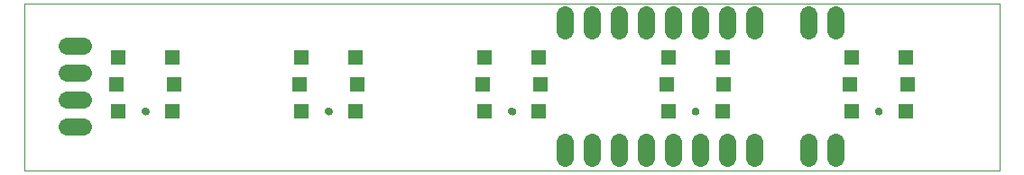
<source format=gts>
G75*
%MOIN*%
%OFA0B0*%
%FSLAX24Y24*%
%IPPOS*%
%LPD*%
%AMOC8*
5,1,8,0,0,1.08239X$1,22.5*
%
%ADD10C,0.0000*%
%ADD11R,0.0555X0.0555*%
%ADD12C,0.0276*%
%ADD13C,0.0640*%
D10*
X000100Y000123D02*
X000100Y006331D01*
X036124Y006331D01*
X036124Y000123D01*
X000100Y000123D01*
X004451Y002335D02*
X004453Y002356D01*
X004459Y002376D01*
X004468Y002396D01*
X004480Y002413D01*
X004495Y002427D01*
X004513Y002439D01*
X004533Y002447D01*
X004553Y002452D01*
X004574Y002453D01*
X004595Y002450D01*
X004615Y002444D01*
X004634Y002433D01*
X004651Y002420D01*
X004664Y002404D01*
X004675Y002386D01*
X004683Y002366D01*
X004687Y002346D01*
X004687Y002324D01*
X004683Y002304D01*
X004675Y002284D01*
X004664Y002266D01*
X004651Y002250D01*
X004634Y002237D01*
X004615Y002226D01*
X004595Y002220D01*
X004574Y002217D01*
X004553Y002218D01*
X004533Y002223D01*
X004513Y002231D01*
X004495Y002243D01*
X004480Y002257D01*
X004468Y002274D01*
X004459Y002294D01*
X004453Y002314D01*
X004451Y002335D01*
X011222Y002335D02*
X011224Y002356D01*
X011230Y002376D01*
X011239Y002396D01*
X011251Y002413D01*
X011266Y002427D01*
X011284Y002439D01*
X011304Y002447D01*
X011324Y002452D01*
X011345Y002453D01*
X011366Y002450D01*
X011386Y002444D01*
X011405Y002433D01*
X011422Y002420D01*
X011435Y002404D01*
X011446Y002386D01*
X011454Y002366D01*
X011458Y002346D01*
X011458Y002324D01*
X011454Y002304D01*
X011446Y002284D01*
X011435Y002266D01*
X011422Y002250D01*
X011405Y002237D01*
X011386Y002226D01*
X011366Y002220D01*
X011345Y002217D01*
X011324Y002218D01*
X011304Y002223D01*
X011284Y002231D01*
X011266Y002243D01*
X011251Y002257D01*
X011239Y002274D01*
X011230Y002294D01*
X011224Y002314D01*
X011222Y002335D01*
X017994Y002335D02*
X017996Y002356D01*
X018002Y002376D01*
X018011Y002396D01*
X018023Y002413D01*
X018038Y002427D01*
X018056Y002439D01*
X018076Y002447D01*
X018096Y002452D01*
X018117Y002453D01*
X018138Y002450D01*
X018158Y002444D01*
X018177Y002433D01*
X018194Y002420D01*
X018207Y002404D01*
X018218Y002386D01*
X018226Y002366D01*
X018230Y002346D01*
X018230Y002324D01*
X018226Y002304D01*
X018218Y002284D01*
X018207Y002266D01*
X018194Y002250D01*
X018177Y002237D01*
X018158Y002226D01*
X018138Y002220D01*
X018117Y002217D01*
X018096Y002218D01*
X018076Y002223D01*
X018056Y002231D01*
X018038Y002243D01*
X018023Y002257D01*
X018011Y002274D01*
X018002Y002294D01*
X017996Y002314D01*
X017994Y002335D01*
X024765Y002335D02*
X024767Y002356D01*
X024773Y002376D01*
X024782Y002396D01*
X024794Y002413D01*
X024809Y002427D01*
X024827Y002439D01*
X024847Y002447D01*
X024867Y002452D01*
X024888Y002453D01*
X024909Y002450D01*
X024929Y002444D01*
X024948Y002433D01*
X024965Y002420D01*
X024978Y002404D01*
X024989Y002386D01*
X024997Y002366D01*
X025001Y002346D01*
X025001Y002324D01*
X024997Y002304D01*
X024989Y002284D01*
X024978Y002266D01*
X024965Y002250D01*
X024948Y002237D01*
X024929Y002226D01*
X024909Y002220D01*
X024888Y002217D01*
X024867Y002218D01*
X024847Y002223D01*
X024827Y002231D01*
X024809Y002243D01*
X024794Y002257D01*
X024782Y002274D01*
X024773Y002294D01*
X024767Y002314D01*
X024765Y002335D01*
X031537Y002335D02*
X031539Y002356D01*
X031545Y002376D01*
X031554Y002396D01*
X031566Y002413D01*
X031581Y002427D01*
X031599Y002439D01*
X031619Y002447D01*
X031639Y002452D01*
X031660Y002453D01*
X031681Y002450D01*
X031701Y002444D01*
X031720Y002433D01*
X031737Y002420D01*
X031750Y002404D01*
X031761Y002386D01*
X031769Y002366D01*
X031773Y002346D01*
X031773Y002324D01*
X031769Y002304D01*
X031761Y002284D01*
X031750Y002266D01*
X031737Y002250D01*
X031720Y002237D01*
X031701Y002226D01*
X031681Y002220D01*
X031660Y002217D01*
X031639Y002218D01*
X031619Y002223D01*
X031599Y002231D01*
X031581Y002243D01*
X031566Y002257D01*
X031554Y002274D01*
X031545Y002294D01*
X031539Y002314D01*
X031537Y002335D01*
D11*
X030655Y002335D03*
X032655Y002335D03*
X032718Y003335D03*
X030592Y003335D03*
X025946Y003335D03*
X023820Y003335D03*
X019175Y003335D03*
X017049Y003335D03*
X012403Y003335D03*
X010277Y003335D03*
X005631Y003335D03*
X003506Y003335D03*
X003569Y004335D03*
X005569Y004335D03*
X010340Y004335D03*
X012340Y004335D03*
X017112Y004335D03*
X019112Y004335D03*
X023883Y004335D03*
X025883Y004335D03*
X030655Y004335D03*
X032655Y004335D03*
X025883Y002335D03*
X023883Y002335D03*
X019112Y002335D03*
X017112Y002335D03*
X012340Y002335D03*
X010340Y002335D03*
X005569Y002335D03*
X003569Y002335D03*
D12*
X004569Y002335D03*
X011340Y002335D03*
X018112Y002335D03*
X024883Y002335D03*
X031655Y002335D03*
D13*
X030074Y001210D02*
X030074Y000610D01*
X029074Y000610D02*
X029074Y001210D01*
X027074Y001210D02*
X027074Y000610D01*
X026074Y000610D02*
X026074Y001210D01*
X025074Y001210D02*
X025074Y000610D01*
X024074Y000610D02*
X024074Y001210D01*
X023074Y001210D02*
X023074Y000610D01*
X022074Y000610D02*
X022074Y001210D01*
X021074Y001210D02*
X021074Y000610D01*
X020074Y000610D02*
X020074Y001210D01*
X002270Y001772D02*
X001670Y001772D01*
X001670Y002772D02*
X002270Y002772D01*
X002270Y003772D02*
X001670Y003772D01*
X001670Y004772D02*
X002270Y004772D01*
X020074Y005323D02*
X020074Y005923D01*
X021074Y005923D02*
X021074Y005323D01*
X022074Y005323D02*
X022074Y005923D01*
X023074Y005923D02*
X023074Y005323D01*
X024074Y005323D02*
X024074Y005923D01*
X025074Y005923D02*
X025074Y005323D01*
X026074Y005323D02*
X026074Y005923D01*
X027074Y005923D02*
X027074Y005323D01*
X029074Y005323D02*
X029074Y005923D01*
X030074Y005923D02*
X030074Y005323D01*
M02*

</source>
